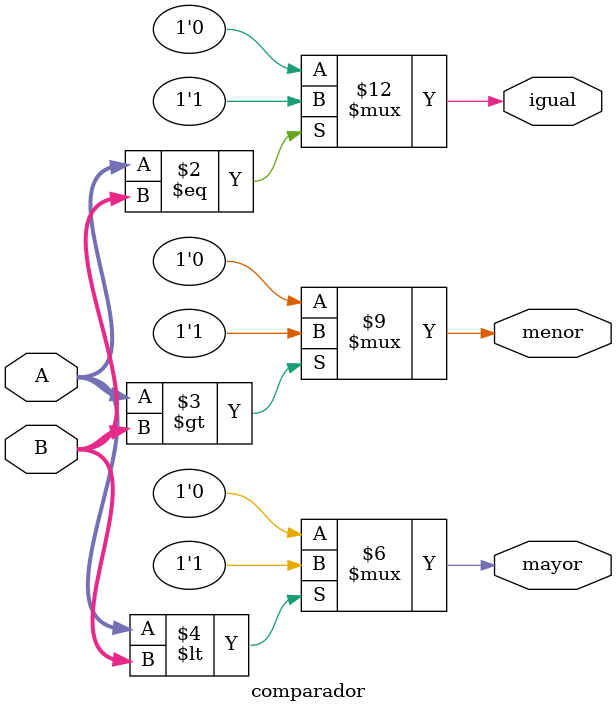
<source format=v>


//Dentro de module va todo el codigo de Verilog.
module comparador(
//Dentro del parentesis del modulo se declaran las entradas y salidas que usa mi programa.
	 //Las entradas se declaran con la palabra reservada input.
	 //Cuando la entrada o salida se declara con corchetes es un vector de varios bits,
	 //los vectores son numeros binarios completos que cuentan con un # determinado de bits.
    input [2:0] A, 
	 //El tamano de este vector es de 2,1,0 osea de 3 bits, su bit mas significativo esta en la coordenada 2 y el menos 
	 //significativo en la coordenada 0.
    input [0:2] B, 
	 //El tamano de este vector es de 0,1,2 osea de 3 bits, su bit mas significativo esta en la coordenada 0 y el menos 
	 //significativo en la coordenada 2.
	 
	 //Las salidas se declaran con la palabra reservada output.
	 //En Verilog todas las salidas que vaya a usar en el condicional if debo declararlas como reg, osea Register
	 //los tipos de salidas reg lo que van a hacer es almacenar valores temporalmente.
    output reg igual,  //Las salidas se declaran con la palabra reservada output.
    output reg menor,  //Cuando la entrada o salida se declara sin corchetes es de un solo bit.
    output reg mayor
    );

//CONDICIONAL IF
always@(A,B)//always se usa para poder usar los condicionales y tiene su propio begin y end.
	//always@(dentro de su parntesis debo poner las entradas que vaya a usar en el condicional) 
	//las entradas se pueden separar entre s por or o por comas.
	begin
	igual = 0;
	menor = 0;
	mayor = 0;
	//Es recomendable siempre inicializar mis salidas con algun valor.
		if(A == B) 
			begin
				igual = 1; //La primera condicion siempre va acompanada de un if.
			end//Condicional igual que
		if(A > B)
			begin 
				menor = 1;
			end//Condicional mayor que
		if(A < B) 
			begin 
				mayor = 1;
			end//Condicional menor que
	end//Al final del always@ se pone la instruccion end
endmodule//Al final del modulo se pone la instruccion endmodule

</source>
